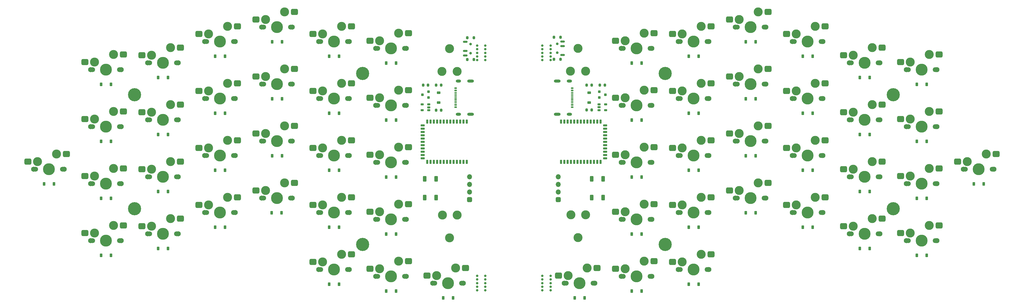
<source format=gbs>
%TF.GenerationSoftware,KiCad,Pcbnew,(5.99.0-10902-g92c4596252)*%
%TF.CreationDate,2021-10-13T13:04:34+08:00*%
%TF.ProjectId,jiran-ble-lite,6a697261-6e2d-4626-9c65-2d6c6974652e,r0.1*%
%TF.SameCoordinates,Original*%
%TF.FileFunction,Soldermask,Bot*%
%TF.FilePolarity,Negative*%
%FSLAX46Y46*%
G04 Gerber Fmt 4.6, Leading zero omitted, Abs format (unit mm)*
G04 Created by KiCad (PCBNEW (5.99.0-10902-g92c4596252)) date 2021-10-13 13:04:34*
%MOMM*%
%LPD*%
G01*
G04 APERTURE LIST*
G04 Aperture macros list*
%AMRoundRect*
0 Rectangle with rounded corners*
0 $1 Rounding radius*
0 $2 $3 $4 $5 $6 $7 $8 $9 X,Y pos of 4 corners*
0 Add a 4 corners polygon primitive as box body*
4,1,4,$2,$3,$4,$5,$6,$7,$8,$9,$2,$3,0*
0 Add four circle primitives for the rounded corners*
1,1,$1+$1,$2,$3*
1,1,$1+$1,$4,$5*
1,1,$1+$1,$6,$7*
1,1,$1+$1,$8,$9*
0 Add four rect primitives between the rounded corners*
20,1,$1+$1,$2,$3,$4,$5,0*
20,1,$1+$1,$4,$5,$6,$7,0*
20,1,$1+$1,$6,$7,$8,$9,0*
20,1,$1+$1,$8,$9,$2,$3,0*%
G04 Aperture macros list end*
%ADD10C,1.750000*%
%ADD11C,3.987800*%
%ADD12C,1.700000*%
%ADD13C,3.000000*%
%ADD14RoundRect,0.400000X-0.750000X-0.600000X0.750000X-0.600000X0.750000X0.600000X-0.750000X0.600000X0*%
%ADD15C,0.800000*%
%ADD16C,4.400000*%
%ADD17RoundRect,0.425000X0.425000X0.425000X-0.425000X0.425000X-0.425000X-0.425000X0.425000X-0.425000X0*%
%ADD18O,1.700000X1.700000*%
%ADD19RoundRect,0.162500X-0.367500X-0.162500X0.367500X-0.162500X0.367500X0.162500X-0.367500X0.162500X0*%
%ADD20RoundRect,0.225000X0.225000X0.375000X-0.225000X0.375000X-0.225000X-0.375000X0.225000X-0.375000X0*%
%ADD21RoundRect,0.300000X0.300000X-0.650000X0.300000X0.650000X-0.300000X0.650000X-0.300000X-0.650000X0*%
%ADD22RoundRect,0.175000X-0.175000X0.500000X-0.175000X-0.500000X0.175000X-0.500000X0.175000X0.500000X0*%
%ADD23RoundRect,0.175000X0.500000X0.175000X-0.500000X0.175000X-0.500000X-0.175000X0.500000X-0.175000X0*%
%ADD24RoundRect,0.175000X0.175000X-0.500000X0.175000X0.500000X-0.175000X0.500000X-0.175000X-0.500000X0*%
%ADD25RoundRect,0.200000X0.200000X0.275000X-0.200000X0.275000X-0.200000X-0.275000X0.200000X-0.275000X0*%
%ADD26RoundRect,0.200000X-0.250000X-0.200000X0.250000X-0.200000X0.250000X0.200000X-0.250000X0.200000X0*%
%ADD27RoundRect,0.225000X0.375000X-0.225000X0.375000X0.225000X-0.375000X0.225000X-0.375000X-0.225000X0*%
%ADD28RoundRect,0.200000X0.200000X-0.300000X0.200000X0.300000X-0.200000X0.300000X-0.200000X-0.300000X0*%
%ADD29C,0.900000*%
%ADD30RoundRect,0.175000X0.575000X-0.175000X0.575000X0.175000X-0.575000X0.175000X-0.575000X-0.175000X0*%
%ADD31RoundRect,0.200000X-0.200000X-0.275000X0.200000X-0.275000X0.200000X0.275000X-0.200000X0.275000X0*%
%ADD32RoundRect,0.135000X-0.265000X0.135000X-0.265000X-0.135000X0.265000X-0.135000X0.265000X0.135000X0*%
%ADD33RoundRect,0.075000X-0.325000X0.075000X-0.325000X-0.075000X0.325000X-0.075000X0.325000X0.075000X0*%
%ADD34O,1.762000X1.000000*%
%ADD35O,2.219000X1.000000*%
%ADD36RoundRect,0.162500X0.367500X0.162500X-0.367500X0.162500X-0.367500X-0.162500X0.367500X-0.162500X0*%
%ADD37RoundRect,0.135000X0.265000X-0.135000X0.265000X0.135000X-0.265000X0.135000X-0.265000X-0.135000X0*%
%ADD38RoundRect,0.075000X0.325000X-0.075000X0.325000X0.075000X-0.325000X0.075000X-0.325000X-0.075000X0*%
%ADD39RoundRect,0.200000X0.250000X0.200000X-0.250000X0.200000X-0.250000X-0.200000X0.250000X-0.200000X0*%
%ADD40RoundRect,0.225000X-0.375000X0.225000X-0.375000X-0.225000X0.375000X-0.225000X0.375000X0.225000X0*%
%ADD41RoundRect,0.175000X-0.500000X-0.175000X0.500000X-0.175000X0.500000X0.175000X-0.500000X0.175000X0*%
%ADD42RoundRect,0.200000X-0.200000X0.300000X-0.200000X-0.300000X0.200000X-0.300000X0.200000X0.300000X0*%
%ADD43RoundRect,0.175000X-0.575000X0.175000X-0.575000X-0.175000X0.575000X-0.175000X0.575000X0.175000X0*%
%ADD44RoundRect,0.300000X-0.300000X0.650000X-0.300000X-0.650000X0.300000X-0.650000X0.300000X0.650000X0*%
G04 APERTURE END LIST*
D10*
%TO.C,SW52*%
X268216200Y-111252000D03*
D11*
X273296200Y-111252000D03*
D12*
X268796200Y-111252000D03*
D10*
X278376200Y-111252000D03*
D12*
X277796200Y-111252000D03*
D13*
X269486200Y-108712000D03*
X275836200Y-106172000D03*
D14*
X266211200Y-108712000D03*
D15*
X266209600Y-108712000D03*
D14*
X279138200Y-106172000D03*
D15*
X279138200Y-106172000D03*
%TD*%
D12*
%TO.C,SW47*%
X258746200Y-94488000D03*
D13*
X256786200Y-89408000D03*
D11*
X254246200Y-94488000D03*
D10*
X249166200Y-94488000D03*
D12*
X249746200Y-94488000D03*
D10*
X259326200Y-94488000D03*
D13*
X250436200Y-91948000D03*
D15*
X247159600Y-91948000D03*
D14*
X247161200Y-91948000D03*
X260088200Y-89408000D03*
D15*
X260088200Y-89408000D03*
%TD*%
D16*
%TO.C,HM4*%
X86487000Y-109982000D03*
%TD*%
D13*
%TO.C,SW39*%
X288536200Y-65786000D03*
X294886200Y-63246000D03*
D10*
X287266200Y-68326000D03*
D11*
X292346200Y-68326000D03*
D10*
X297426200Y-68326000D03*
D12*
X287846200Y-68326000D03*
X296846200Y-68326000D03*
D14*
X285261200Y-65786000D03*
D15*
X285259600Y-65786000D03*
D14*
X298188200Y-63246000D03*
D15*
X298188200Y-63246000D03*
%TD*%
D16*
%TO.C,HM6*%
X263771200Y-121920000D03*
%TD*%
D12*
%TO.C,SW26*%
X157662000Y-130302000D03*
D11*
X153162000Y-130302000D03*
D13*
X155702000Y-125222000D03*
X149352000Y-127762000D03*
D10*
X148082000Y-130302000D03*
D12*
X148662000Y-130302000D03*
D10*
X158242000Y-130302000D03*
D15*
X146075400Y-127762000D03*
D14*
X146077000Y-127762000D03*
D15*
X159004000Y-125222000D03*
D14*
X159004000Y-125222000D03*
%TD*%
D16*
%TO.C,HM9*%
X339971200Y-109982000D03*
%TD*%
D11*
%TO.C,SW24*%
X172212000Y-113538000D03*
D10*
X167132000Y-113538000D03*
D13*
X174752000Y-108458000D03*
D10*
X177292000Y-113538000D03*
D12*
X176712000Y-113538000D03*
X167712000Y-113538000D03*
D13*
X168402000Y-110998000D03*
D15*
X165125400Y-110998000D03*
D14*
X165127000Y-110998000D03*
D15*
X178054000Y-108458000D03*
D14*
X178054000Y-108458000D03*
%TD*%
D16*
%TO.C,HM1*%
X162687000Y-121920000D03*
%TD*%
D13*
%TO.C,SW11*%
X149352000Y-70612000D03*
D12*
X157662000Y-73152000D03*
X148662000Y-73152000D03*
D13*
X155702000Y-68072000D03*
D10*
X158242000Y-73152000D03*
X148082000Y-73152000D03*
D11*
X153162000Y-73152000D03*
D15*
X146075400Y-70612000D03*
D14*
X146077000Y-70612000D03*
X159004000Y-68072000D03*
D15*
X159004000Y-68072000D03*
%TD*%
D12*
%TO.C,SW10*%
X129612000Y-68326000D03*
D10*
X139192000Y-68326000D03*
D11*
X134112000Y-68326000D03*
D10*
X129032000Y-68326000D03*
D12*
X138612000Y-68326000D03*
D13*
X136652000Y-63246000D03*
X130302000Y-65786000D03*
D15*
X127025400Y-65786000D03*
D14*
X127027000Y-65786000D03*
X139954000Y-63246000D03*
D15*
X139954000Y-63246000D03*
%TD*%
D12*
%TO.C,SW53*%
X249746200Y-113538000D03*
D13*
X250436200Y-110998000D03*
X256786200Y-108458000D03*
D10*
X259326200Y-113538000D03*
D11*
X254246200Y-113538000D03*
D12*
X258746200Y-113538000D03*
D10*
X249166200Y-113538000D03*
D15*
X247159600Y-110998000D03*
D14*
X247161200Y-110998000D03*
X260088200Y-108458000D03*
D15*
X260088200Y-108458000D03*
%TD*%
D11*
%TO.C,SW49*%
X330446200Y-118364000D03*
D10*
X325366200Y-118364000D03*
D13*
X326636200Y-115824000D03*
D12*
X334946200Y-118364000D03*
X325946200Y-118364000D03*
D13*
X332986200Y-113284000D03*
D10*
X335526200Y-118364000D03*
D14*
X323361200Y-115824000D03*
D15*
X323359600Y-115824000D03*
X336288200Y-113284000D03*
D14*
X336288200Y-113284000D03*
%TD*%
D13*
%TO.C,SW38*%
X313936200Y-68072000D03*
D10*
X316476200Y-73152000D03*
X306316200Y-73152000D03*
D12*
X306896200Y-73152000D03*
D11*
X311396200Y-73152000D03*
D12*
X315896200Y-73152000D03*
D13*
X307586200Y-70612000D03*
D15*
X304309600Y-70612000D03*
D14*
X304311200Y-70612000D03*
D15*
X317238200Y-68072000D03*
D14*
X317238200Y-68072000D03*
%TD*%
D12*
%TO.C,SW36*%
X353996200Y-82550000D03*
D10*
X354576200Y-82550000D03*
D13*
X352036200Y-77470000D03*
X345686200Y-80010000D03*
D10*
X344416200Y-82550000D03*
D11*
X349496200Y-82550000D03*
D12*
X344996200Y-82550000D03*
D14*
X342411200Y-80010000D03*
D15*
X342409600Y-80010000D03*
D14*
X355338200Y-77470000D03*
D15*
X355338200Y-77470000D03*
%TD*%
D13*
%TO.C,SW27*%
X168402000Y-130048000D03*
D12*
X167712000Y-132588000D03*
D10*
X167132000Y-132588000D03*
D13*
X174752000Y-127508000D03*
D10*
X177292000Y-132588000D03*
D12*
X176712000Y-132588000D03*
D11*
X172212000Y-132588000D03*
D15*
X165125400Y-130048000D03*
D14*
X165127000Y-130048000D03*
X178054000Y-127508000D03*
D15*
X178054000Y-127508000D03*
%TD*%
D13*
%TO.C,SW15*%
X117602000Y-87122000D03*
D10*
X109982000Y-92202000D03*
D12*
X119562000Y-92202000D03*
D13*
X111252000Y-89662000D03*
D11*
X115062000Y-92202000D03*
D12*
X110562000Y-92202000D03*
D10*
X120142000Y-92202000D03*
D14*
X107977000Y-89662000D03*
D15*
X107975400Y-89662000D03*
D14*
X120904000Y-87122000D03*
D15*
X120904000Y-87122000D03*
%TD*%
D13*
%TO.C,SW30*%
X345686200Y-60960000D03*
D12*
X344996200Y-63500000D03*
D10*
X344416200Y-63500000D03*
D11*
X349496200Y-63500000D03*
D10*
X354576200Y-63500000D03*
D12*
X353996200Y-63500000D03*
D13*
X352036200Y-58420000D03*
D14*
X342411200Y-60960000D03*
D15*
X342409600Y-60960000D03*
X355338200Y-58420000D03*
D14*
X355338200Y-58420000D03*
%TD*%
D10*
%TO.C,SW50*%
X306316200Y-111252000D03*
X316476200Y-111252000D03*
D11*
X311396200Y-111252000D03*
D12*
X315896200Y-111252000D03*
X306896200Y-111252000D03*
D13*
X307586200Y-108712000D03*
X313936200Y-106172000D03*
D15*
X304309600Y-108712000D03*
D14*
X304311200Y-108712000D03*
X317238200Y-106172000D03*
D15*
X317238200Y-106172000D03*
%TD*%
%TO.C,P4*%
X225536350Y-134874000D03*
X225536350Y-132492600D03*
X222758050Y-136064700D03*
X222758050Y-137255400D03*
X222758050Y-133683300D03*
X222758050Y-132492600D03*
X222758050Y-134874000D03*
X225536350Y-133683300D03*
X225536350Y-136064700D03*
X225536350Y-137255400D03*
%TD*%
D16*
%TO.C,HM2*%
X162687000Y-64770000D03*
%TD*%
D17*
%TO.C,J5*%
X228092000Y-106934000D03*
D18*
X228092000Y-104394000D03*
X228092000Y-101854000D03*
X228092000Y-99314000D03*
%TD*%
D10*
%TO.C,SW32*%
X316476200Y-54102000D03*
X306316200Y-54102000D03*
D12*
X315896200Y-54102000D03*
X306896200Y-54102000D03*
D13*
X313936200Y-49022000D03*
D11*
X311396200Y-54102000D03*
D13*
X307586200Y-51562000D03*
D14*
X304311200Y-51562000D03*
D15*
X304309600Y-51562000D03*
D14*
X317238200Y-49022000D03*
D15*
X317238200Y-49022000D03*
%TD*%
D12*
%TO.C,SW56*%
X249746200Y-132588000D03*
D13*
X250436200Y-130048000D03*
X256786200Y-127508000D03*
D10*
X259326200Y-132588000D03*
D11*
X254246200Y-132588000D03*
D10*
X249166200Y-132588000D03*
D12*
X258746200Y-132588000D03*
D14*
X247161200Y-130048000D03*
D15*
X247159600Y-130048000D03*
X260088200Y-127508000D03*
D14*
X260088200Y-127508000D03*
%TD*%
D11*
%TO.C,SW18*%
X172212000Y-94488000D03*
D10*
X167132000Y-94488000D03*
D13*
X168402000Y-91948000D03*
D12*
X176712000Y-94488000D03*
X167712000Y-94488000D03*
D13*
X174752000Y-89408000D03*
D10*
X177292000Y-94488000D03*
D14*
X165127000Y-91948000D03*
D15*
X165125400Y-91948000D03*
X178054000Y-89408000D03*
D14*
X178054000Y-89408000D03*
%TD*%
D11*
%TO.C,SW21*%
X115062000Y-111252000D03*
D10*
X120142000Y-111252000D03*
D13*
X117602000Y-106172000D03*
D12*
X110562000Y-111252000D03*
D13*
X111252000Y-108712000D03*
D12*
X119562000Y-111252000D03*
D10*
X109982000Y-111252000D03*
D14*
X107977000Y-108712000D03*
D15*
X107975400Y-108712000D03*
D14*
X120904000Y-106172000D03*
D15*
X120904000Y-106172000D03*
%TD*%
D11*
%TO.C,SW19*%
X76962000Y-120650000D03*
D10*
X82042000Y-120650000D03*
D13*
X79502000Y-115570000D03*
D12*
X81462000Y-120650000D03*
D13*
X73152000Y-118110000D03*
D10*
X71882000Y-120650000D03*
D12*
X72462000Y-120650000D03*
D15*
X69875400Y-118110000D03*
D14*
X69877000Y-118110000D03*
X82804000Y-115570000D03*
D15*
X82804000Y-115570000D03*
%TD*%
D12*
%TO.C,SW34*%
X268796200Y-54102000D03*
D11*
X273296200Y-54102000D03*
D13*
X275836200Y-49022000D03*
D10*
X278376200Y-54102000D03*
D13*
X269486200Y-51562000D03*
D10*
X268216200Y-54102000D03*
D12*
X277796200Y-54102000D03*
D15*
X266209600Y-51562000D03*
D14*
X266211200Y-51562000D03*
X279138200Y-49022000D03*
D15*
X279138200Y-49022000D03*
%TD*%
D10*
%TO.C,SW7*%
X82042000Y-82550000D03*
D13*
X73152000Y-80010000D03*
D12*
X72462000Y-82550000D03*
D11*
X76962000Y-82550000D03*
D12*
X81462000Y-82550000D03*
D10*
X71882000Y-82550000D03*
D13*
X79502000Y-77470000D03*
D14*
X69877000Y-80010000D03*
D15*
X69875400Y-80010000D03*
X82804000Y-77470000D03*
D14*
X82804000Y-77470000D03*
%TD*%
D10*
%TO.C,SW20*%
X90932000Y-118364000D03*
D11*
X96012000Y-118364000D03*
D13*
X98552000Y-113284000D03*
D12*
X91512000Y-118364000D03*
D13*
X92202000Y-115824000D03*
D10*
X101092000Y-118364000D03*
D12*
X100512000Y-118364000D03*
D14*
X88927000Y-115824000D03*
D15*
X88925400Y-115824000D03*
D14*
X101854000Y-113284000D03*
D15*
X101854000Y-113284000D03*
%TD*%
D12*
%TO.C,SW3*%
X119562000Y-54102000D03*
D13*
X111252000Y-51562000D03*
D10*
X120142000Y-54102000D03*
D12*
X110562000Y-54102000D03*
D13*
X117602000Y-49022000D03*
D10*
X109982000Y-54102000D03*
D11*
X115062000Y-54102000D03*
D14*
X107977000Y-51562000D03*
D15*
X107975400Y-51562000D03*
X120904000Y-49022000D03*
D14*
X120904000Y-49022000D03*
%TD*%
D13*
%TO.C,J6*%
X234696000Y-56391000D03*
X237236000Y-64011000D03*
X232156000Y-64011000D03*
X232246000Y-112011000D03*
X237236000Y-112011000D03*
X234696000Y-119631000D03*
%TD*%
%TO.C,SW48*%
X352036200Y-115570000D03*
D12*
X353996200Y-120650000D03*
D11*
X349496200Y-120650000D03*
D13*
X345686200Y-118110000D03*
D10*
X344416200Y-120650000D03*
X354576200Y-120650000D03*
D12*
X344996200Y-120650000D03*
D15*
X342409600Y-118110000D03*
D14*
X342411200Y-118110000D03*
X355338200Y-115570000D03*
D15*
X355338200Y-115570000D03*
%TD*%
D13*
%TO.C,J3*%
X191770000Y-56518000D03*
X194310000Y-64138000D03*
X189230000Y-64138000D03*
X194310000Y-112138000D03*
X189320000Y-112138000D03*
X191770000Y-119758000D03*
%TD*%
D15*
%TO.C,P2*%
X200921850Y-57912000D03*
X203700150Y-57912000D03*
X200921850Y-55530600D03*
X200921850Y-59102700D03*
X200921850Y-56721300D03*
X200921850Y-60293400D03*
X203700150Y-60293400D03*
X203700150Y-59102700D03*
X203700150Y-55530600D03*
X203700150Y-56721300D03*
%TD*%
D10*
%TO.C,SW16*%
X139192000Y-87376000D03*
D13*
X130302000Y-84836000D03*
D12*
X138612000Y-87376000D03*
D10*
X129032000Y-87376000D03*
D11*
X134112000Y-87376000D03*
D12*
X129612000Y-87376000D03*
D13*
X136652000Y-82296000D03*
D15*
X127025400Y-84836000D03*
D14*
X127027000Y-84836000D03*
D15*
X139954000Y-82296000D03*
D14*
X139954000Y-82296000D03*
%TD*%
D13*
%TO.C,SW8*%
X98552000Y-75184000D03*
X92202000Y-77724000D03*
D12*
X100512000Y-80264000D03*
D11*
X96012000Y-80264000D03*
D10*
X101092000Y-80264000D03*
D12*
X91512000Y-80264000D03*
D10*
X90932000Y-80264000D03*
D14*
X88927000Y-77724000D03*
D15*
X88925400Y-77724000D03*
X101854000Y-75184000D03*
D14*
X101854000Y-75184000D03*
%TD*%
D12*
%TO.C,SW35*%
X258746200Y-56388000D03*
D11*
X254246200Y-56388000D03*
D13*
X250436200Y-53848000D03*
D10*
X249166200Y-56388000D03*
X259326200Y-56388000D03*
D12*
X249746200Y-56388000D03*
D13*
X256786200Y-51308000D03*
D15*
X247159600Y-53848000D03*
D14*
X247161200Y-53848000D03*
D15*
X260088200Y-51308000D03*
D14*
X260088200Y-51308000D03*
%TD*%
D10*
%TO.C,SW37*%
X335526200Y-80264000D03*
D12*
X325946200Y-80264000D03*
D13*
X332986200Y-75184000D03*
D10*
X325366200Y-80264000D03*
D12*
X334946200Y-80264000D03*
D13*
X326636200Y-77724000D03*
D11*
X330446200Y-80264000D03*
D15*
X323359600Y-77724000D03*
D14*
X323361200Y-77724000D03*
D15*
X336288200Y-75184000D03*
D14*
X336288200Y-75184000D03*
%TD*%
D12*
%TO.C,SW6*%
X167712000Y-56388000D03*
D10*
X167132000Y-56388000D03*
D13*
X174752000Y-51308000D03*
D12*
X176712000Y-56388000D03*
D10*
X177292000Y-56388000D03*
D13*
X168402000Y-53848000D03*
D11*
X172212000Y-56388000D03*
D14*
X165127000Y-53848000D03*
D15*
X165125400Y-53848000D03*
D14*
X178054000Y-51308000D03*
D15*
X178054000Y-51308000D03*
%TD*%
D13*
%TO.C,SW23*%
X149352000Y-108712000D03*
X155702000Y-106172000D03*
D11*
X153162000Y-111252000D03*
D10*
X158242000Y-111252000D03*
X148082000Y-111252000D03*
D12*
X148662000Y-111252000D03*
X157662000Y-111252000D03*
D15*
X146075400Y-108712000D03*
D14*
X146077000Y-108712000D03*
D15*
X159004000Y-106172000D03*
D14*
X159004000Y-106172000D03*
%TD*%
D11*
%TO.C,SW5*%
X153162000Y-54102000D03*
D12*
X148662000Y-54102000D03*
D13*
X155702000Y-49022000D03*
D10*
X158242000Y-54102000D03*
D13*
X149352000Y-51562000D03*
D10*
X148082000Y-54102000D03*
D12*
X157662000Y-54102000D03*
D14*
X146077000Y-51562000D03*
D15*
X146075400Y-51562000D03*
X159004000Y-49022000D03*
D14*
X159004000Y-49022000D03*
%TD*%
D17*
%TO.C,J2*%
X198424800Y-106984800D03*
D18*
X198424800Y-104444800D03*
X198424800Y-101904800D03*
X198424800Y-99364800D03*
%TD*%
D12*
%TO.C,SW14*%
X91512000Y-99314000D03*
D10*
X90932000Y-99314000D03*
D12*
X100512000Y-99314000D03*
D13*
X92202000Y-96774000D03*
X98552000Y-94234000D03*
D10*
X101092000Y-99314000D03*
D11*
X96012000Y-99314000D03*
D15*
X88925400Y-96774000D03*
D14*
X88927000Y-96774000D03*
D15*
X101854000Y-94234000D03*
D14*
X101854000Y-94234000D03*
%TD*%
D10*
%TO.C,SW1*%
X82042000Y-63500000D03*
X71882000Y-63500000D03*
D13*
X73152000Y-60960000D03*
X79502000Y-58420000D03*
D12*
X81462000Y-63500000D03*
X72462000Y-63500000D03*
D11*
X76962000Y-63500000D03*
D14*
X69877000Y-60960000D03*
D15*
X69875400Y-60960000D03*
X82804000Y-58420000D03*
D14*
X82804000Y-58420000D03*
%TD*%
D12*
%TO.C,SW57*%
X239696200Y-134874000D03*
X230696200Y-134874000D03*
D11*
X235196200Y-134874000D03*
D13*
X237736200Y-129794000D03*
D10*
X240276200Y-134874000D03*
X230116200Y-134874000D03*
D13*
X231386200Y-132334000D03*
D15*
X228109600Y-132334000D03*
D14*
X228111200Y-132334000D03*
D15*
X241038200Y-129794000D03*
D14*
X241038200Y-129794000D03*
%TD*%
D12*
%TO.C,SW40*%
X277796200Y-73152000D03*
X268796200Y-73152000D03*
D13*
X269486200Y-70612000D03*
D11*
X273296200Y-73152000D03*
D13*
X275836200Y-68072000D03*
D10*
X278376200Y-73152000D03*
X268216200Y-73152000D03*
D14*
X266211200Y-70612000D03*
D15*
X266209600Y-70612000D03*
X279138200Y-68072000D03*
D14*
X279138200Y-68072000D03*
%TD*%
D12*
%TO.C,SW28*%
X186762000Y-134874000D03*
X195762000Y-134874000D03*
D11*
X191262000Y-134874000D03*
D13*
X187452000Y-132334000D03*
D10*
X186182000Y-134874000D03*
X196342000Y-134874000D03*
D13*
X193802000Y-129794000D03*
D15*
X184175400Y-132334000D03*
D14*
X184177000Y-132334000D03*
D15*
X197104000Y-129794000D03*
D14*
X197104000Y-129794000D03*
%TD*%
D15*
%TO.C,P1*%
X200921850Y-132492600D03*
X200921850Y-136064700D03*
X200921850Y-133683300D03*
X203700150Y-133683300D03*
X203700150Y-137255400D03*
X203700150Y-132492600D03*
X203700150Y-134874000D03*
X200921850Y-137255400D03*
X200921850Y-134874000D03*
X203700150Y-136064700D03*
%TD*%
D13*
%TO.C,SW17*%
X149352000Y-89662000D03*
D10*
X148082000Y-92202000D03*
D11*
X153162000Y-92202000D03*
D10*
X158242000Y-92202000D03*
D12*
X157662000Y-92202000D03*
X148662000Y-92202000D03*
D13*
X155702000Y-87122000D03*
D15*
X146075400Y-89662000D03*
D14*
X146077000Y-89662000D03*
D15*
X159004000Y-87122000D03*
D14*
X159004000Y-87122000D03*
%TD*%
D10*
%TO.C,SW12*%
X167132000Y-75438000D03*
D13*
X168402000Y-72898000D03*
X174752000Y-70358000D03*
D12*
X167712000Y-75438000D03*
D10*
X177292000Y-75438000D03*
D11*
X172212000Y-75438000D03*
D12*
X176712000Y-75438000D03*
D14*
X165127000Y-72898000D03*
D15*
X165125400Y-72898000D03*
X178054000Y-70358000D03*
D14*
X178054000Y-70358000D03*
%TD*%
D16*
%TO.C,HM7*%
X263771200Y-64770000D03*
%TD*%
D11*
%TO.C,SW51*%
X292346200Y-106426000D03*
D10*
X287266200Y-106426000D03*
D13*
X294886200Y-101346000D03*
D12*
X296846200Y-106426000D03*
D13*
X288536200Y-103886000D03*
D10*
X297426200Y-106426000D03*
D12*
X287846200Y-106426000D03*
D15*
X285259600Y-103886000D03*
D14*
X285261200Y-103886000D03*
D15*
X298188200Y-101346000D03*
D14*
X298188200Y-101346000D03*
%TD*%
D10*
%TO.C,SW45*%
X287266200Y-87376000D03*
D11*
X292346200Y-87376000D03*
D12*
X296846200Y-87376000D03*
D10*
X297426200Y-87376000D03*
D12*
X287846200Y-87376000D03*
D13*
X294886200Y-82296000D03*
X288536200Y-84836000D03*
D14*
X285261200Y-84836000D03*
D15*
X285259600Y-84836000D03*
X298188200Y-82296000D03*
D14*
X298188200Y-82296000D03*
%TD*%
D16*
%TO.C,HM8*%
X339971200Y-71882000D03*
%TD*%
D11*
%TO.C,SW43*%
X330446200Y-99314000D03*
D10*
X335526200Y-99314000D03*
X325366200Y-99314000D03*
D13*
X326636200Y-96774000D03*
D12*
X325946200Y-99314000D03*
X334946200Y-99314000D03*
D13*
X332986200Y-94234000D03*
D14*
X323361200Y-96774000D03*
D15*
X323359600Y-96774000D03*
X336288200Y-94234000D03*
D14*
X336288200Y-94234000D03*
%TD*%
D13*
%TO.C,SW9*%
X117602000Y-68072000D03*
D10*
X120142000Y-73152000D03*
X109982000Y-73152000D03*
D13*
X111252000Y-70612000D03*
D11*
X115062000Y-73152000D03*
D12*
X119562000Y-73152000D03*
X110562000Y-73152000D03*
D15*
X107975400Y-70612000D03*
D14*
X107977000Y-70612000D03*
X120904000Y-68072000D03*
D15*
X120904000Y-68072000D03*
%TD*%
D12*
%TO.C,SW55*%
X277796200Y-130302000D03*
X268796200Y-130302000D03*
D13*
X275836200Y-125222000D03*
D11*
X273296200Y-130302000D03*
D13*
X269486200Y-127762000D03*
D10*
X268216200Y-130302000D03*
X278376200Y-130302000D03*
D14*
X266211200Y-127762000D03*
D15*
X266209600Y-127762000D03*
D14*
X279138200Y-125222000D03*
D15*
X279138200Y-125222000D03*
%TD*%
D12*
%TO.C,SW13*%
X81462000Y-101600000D03*
D13*
X73152000Y-99060000D03*
D10*
X71882000Y-101600000D03*
D13*
X79502000Y-96520000D03*
D11*
X76962000Y-101600000D03*
D10*
X82042000Y-101600000D03*
D12*
X72462000Y-101600000D03*
D14*
X69877000Y-99060000D03*
D15*
X69875400Y-99060000D03*
X82804000Y-96520000D03*
D14*
X82804000Y-96520000D03*
%TD*%
D13*
%TO.C,SW22*%
X136652000Y-101346000D03*
D10*
X129032000Y-106426000D03*
D13*
X130302000Y-103886000D03*
D11*
X134112000Y-106426000D03*
D12*
X138612000Y-106426000D03*
D10*
X139192000Y-106426000D03*
D12*
X129612000Y-106426000D03*
D14*
X127027000Y-103886000D03*
D15*
X127025400Y-103886000D03*
X139954000Y-101346000D03*
D14*
X139954000Y-101346000D03*
%TD*%
D11*
%TO.C,SW46*%
X273296200Y-92202000D03*
D13*
X275836200Y-87122000D03*
D12*
X277796200Y-92202000D03*
D10*
X268216200Y-92202000D03*
D12*
X268796200Y-92202000D03*
D10*
X278376200Y-92202000D03*
D13*
X269486200Y-89662000D03*
D15*
X266209600Y-89662000D03*
D14*
X266211200Y-89662000D03*
X279138200Y-87122000D03*
D15*
X279138200Y-87122000D03*
%TD*%
%TO.C,P3*%
X225536350Y-59102700D03*
X225536350Y-56721300D03*
X225536350Y-57912000D03*
X225536350Y-60293400D03*
X225536350Y-55530600D03*
X222758050Y-56721300D03*
X222758050Y-57912000D03*
X222758050Y-60293400D03*
X222758050Y-55530600D03*
X222758050Y-59102700D03*
%TD*%
D10*
%TO.C,SW54*%
X373626200Y-96774000D03*
D12*
X373046200Y-96774000D03*
D13*
X364736200Y-94234000D03*
D10*
X363466200Y-96774000D03*
D11*
X368546200Y-96774000D03*
D12*
X364046200Y-96774000D03*
D13*
X371086200Y-91694000D03*
D14*
X361461200Y-94234000D03*
D15*
X361459600Y-94234000D03*
D14*
X374388200Y-91694000D03*
D15*
X374388200Y-91694000D03*
%TD*%
D10*
%TO.C,SW44*%
X316476200Y-92202000D03*
D12*
X306896200Y-92202000D03*
D13*
X307586200Y-89662000D03*
D10*
X306316200Y-92202000D03*
D11*
X311396200Y-92202000D03*
D13*
X313936200Y-87122000D03*
D12*
X315896200Y-92202000D03*
D15*
X304309600Y-89662000D03*
D14*
X304311200Y-89662000D03*
X317238200Y-87122000D03*
D15*
X317238200Y-87122000D03*
%TD*%
D10*
%TO.C,SW41*%
X249166200Y-75438000D03*
D12*
X258746200Y-75438000D03*
D10*
X259326200Y-75438000D03*
D11*
X254246200Y-75438000D03*
D13*
X256786200Y-70358000D03*
D12*
X249746200Y-75438000D03*
D13*
X250436200Y-72898000D03*
D15*
X247159600Y-72898000D03*
D14*
X247161200Y-72898000D03*
X260088200Y-70358000D03*
D15*
X260088200Y-70358000D03*
%TD*%
D10*
%TO.C,SW42*%
X344416200Y-101600000D03*
D12*
X344996200Y-101600000D03*
D11*
X349496200Y-101600000D03*
D10*
X354576200Y-101600000D03*
D13*
X345686200Y-99060000D03*
X352036200Y-96520000D03*
D12*
X353996200Y-101600000D03*
D14*
X342411200Y-99060000D03*
D15*
X342409600Y-99060000D03*
D14*
X355338200Y-96520000D03*
D15*
X355338200Y-96520000D03*
%TD*%
D10*
%TO.C,SW25*%
X62992000Y-96774000D03*
X52832000Y-96774000D03*
D12*
X53412000Y-96774000D03*
D13*
X54102000Y-94234000D03*
D12*
X62412000Y-96774000D03*
D11*
X57912000Y-96774000D03*
D13*
X60452000Y-91694000D03*
D15*
X50825400Y-94234000D03*
D14*
X50827000Y-94234000D03*
D15*
X63754000Y-91694000D03*
D14*
X63754000Y-91694000D03*
%TD*%
D10*
%TO.C,SW31*%
X325366200Y-61214000D03*
D11*
X330446200Y-61214000D03*
D10*
X335526200Y-61214000D03*
D12*
X325946200Y-61214000D03*
X334946200Y-61214000D03*
D13*
X326636200Y-58674000D03*
X332986200Y-56134000D03*
D15*
X323359600Y-58674000D03*
D14*
X323361200Y-58674000D03*
X336288200Y-56134000D03*
D15*
X336288200Y-56134000D03*
%TD*%
D11*
%TO.C,SW2*%
X96012000Y-61214000D03*
D13*
X92202000Y-58674000D03*
D12*
X100512000Y-61214000D03*
D10*
X101092000Y-61214000D03*
X90932000Y-61214000D03*
D13*
X98552000Y-56134000D03*
D12*
X91512000Y-61214000D03*
D14*
X88927000Y-58674000D03*
D15*
X88925400Y-58674000D03*
X101854000Y-56134000D03*
D14*
X101854000Y-56134000D03*
%TD*%
D16*
%TO.C,HM3*%
X86487000Y-71882000D03*
%TD*%
D13*
%TO.C,SW4*%
X130302000Y-46736000D03*
D12*
X138612000Y-49276000D03*
D10*
X129032000Y-49276000D03*
D13*
X136652000Y-44196000D03*
D10*
X139192000Y-49276000D03*
D12*
X129612000Y-49276000D03*
D11*
X134112000Y-49276000D03*
D14*
X127027000Y-46736000D03*
D15*
X127025400Y-46736000D03*
X139954000Y-44196000D03*
D14*
X139954000Y-44196000D03*
%TD*%
D10*
%TO.C,SW33*%
X297426200Y-49276000D03*
D12*
X287846200Y-49276000D03*
D10*
X287266200Y-49276000D03*
D13*
X288536200Y-46736000D03*
D11*
X292346200Y-49276000D03*
D12*
X296846200Y-49276000D03*
D13*
X294886200Y-44196000D03*
D15*
X285259600Y-46736000D03*
D14*
X285261200Y-46736000D03*
X298188200Y-44196000D03*
D15*
X298188200Y-44196000D03*
%TD*%
D19*
%TO.C,U4*%
X241698600Y-77048400D03*
X241698600Y-76098400D03*
X241698600Y-75148400D03*
X243898600Y-75148400D03*
X243898600Y-77048400D03*
%TD*%
D20*
%TO.C,D12*%
X173862000Y-80391000D03*
X170562000Y-80391000D03*
%TD*%
%TO.C,D27*%
X173862000Y-137541000D03*
X170562000Y-137541000D03*
%TD*%
%TO.C,D39*%
X294004000Y-73279000D03*
X290704000Y-73279000D03*
%TD*%
%TO.C,D11*%
X154812000Y-78105000D03*
X151512000Y-78105000D03*
%TD*%
D21*
%TO.C,SWT2*%
X242996800Y-100024800D03*
X242996800Y-106324800D03*
X239196800Y-106324800D03*
X239196800Y-100024800D03*
%TD*%
D22*
%TO.C,U3*%
X228996000Y-80880000D03*
X230096000Y-80880000D03*
X231196000Y-80880000D03*
X232296000Y-80880000D03*
X233396000Y-80880000D03*
X234496000Y-80880000D03*
X235596000Y-80880000D03*
X236696000Y-80880000D03*
X237796000Y-80880000D03*
X238896000Y-80880000D03*
X239996000Y-80880000D03*
X241096000Y-80880000D03*
X242196000Y-80880000D03*
D23*
X243696000Y-82130000D03*
X243696000Y-83230000D03*
X243696000Y-84330000D03*
X243696000Y-85430000D03*
X243696000Y-86530000D03*
X243696000Y-87630000D03*
X243696000Y-88730000D03*
X243696000Y-89830000D03*
X243696000Y-90930000D03*
X243696000Y-92030000D03*
X243696000Y-93130000D03*
D24*
X242196000Y-94380000D03*
X241096000Y-94380000D03*
X239996000Y-94380000D03*
X238896000Y-94380000D03*
X237796000Y-94380000D03*
X236696000Y-94380000D03*
X235596000Y-94380000D03*
X234496000Y-94380000D03*
X233396000Y-94380000D03*
X232296000Y-94380000D03*
X231196000Y-94380000D03*
X230096000Y-94380000D03*
X228996000Y-94380000D03*
%TD*%
D25*
%TO.C,R4*%
X243623600Y-68732400D03*
X241973600Y-68732400D03*
%TD*%
D20*
%TO.C,D33*%
X294004000Y-54229000D03*
X290704000Y-54229000D03*
%TD*%
%TO.C,D55*%
X274954000Y-135255000D03*
X271654000Y-135255000D03*
%TD*%
%TO.C,D13*%
X78612000Y-106553000D03*
X75312000Y-106553000D03*
%TD*%
D26*
%TO.C,Q2*%
X241798600Y-72832000D03*
X241798600Y-70932000D03*
X243798600Y-71882000D03*
%TD*%
D27*
%TO.C,D29*%
X188087000Y-74548000D03*
X188087000Y-71248000D03*
%TD*%
D20*
%TO.C,D6*%
X173862000Y-61341000D03*
X170562000Y-61341000D03*
%TD*%
D28*
%TO.C,SW58*%
X226611000Y-52738000D03*
D29*
X227711000Y-54888000D03*
D28*
X228821000Y-52738000D03*
X226611000Y-60038000D03*
D29*
X227711000Y-57888000D03*
D28*
X228821000Y-60038000D03*
D30*
X229471000Y-58638000D03*
X229471000Y-55638000D03*
X229471000Y-54138000D03*
%TD*%
D20*
%TO.C,D36*%
X351154000Y-87503000D03*
X347854000Y-87503000D03*
%TD*%
%TO.C,D51*%
X294004000Y-111379000D03*
X290704000Y-111379000D03*
%TD*%
D31*
%TO.C,R5*%
X237554000Y-77012800D03*
X239204000Y-77012800D03*
%TD*%
D20*
%TO.C,D57*%
X236854000Y-139827000D03*
X233554000Y-139827000D03*
%TD*%
%TO.C,D5*%
X154812000Y-59055000D03*
X151512000Y-59055000D03*
%TD*%
%TO.C,D42*%
X351154000Y-106553000D03*
X347854000Y-106553000D03*
%TD*%
%TO.C,D9*%
X116712000Y-78105000D03*
X113412000Y-78105000D03*
%TD*%
%TO.C,D19*%
X78612000Y-125603000D03*
X75312000Y-125603000D03*
%TD*%
%TO.C,D46*%
X274954000Y-97155000D03*
X271654000Y-97155000D03*
%TD*%
%TO.C,D54*%
X370204000Y-101727000D03*
X366904000Y-101727000D03*
%TD*%
%TO.C,D4*%
X135762000Y-54229000D03*
X132462000Y-54229000D03*
%TD*%
%TO.C,D56*%
X255904000Y-137541000D03*
X252604000Y-137541000D03*
%TD*%
D32*
%TO.C,J4*%
X232740200Y-76098000D03*
X232740200Y-69698000D03*
X232740200Y-70498000D03*
X232740200Y-75298000D03*
D33*
X232740200Y-74148000D03*
X232740200Y-73148000D03*
X232740200Y-72648000D03*
X232740200Y-71648000D03*
X232740200Y-71148000D03*
X232740200Y-72148000D03*
X232740200Y-73648000D03*
X232740200Y-74656000D03*
D34*
X231775000Y-67322600D03*
X231775000Y-78473300D03*
D35*
X227749100Y-78473300D03*
X227736400Y-67322700D03*
%TD*%
D20*
%TO.C,D25*%
X59562000Y-101727000D03*
X56262000Y-101727000D03*
%TD*%
%TO.C,D20*%
X97662000Y-123317000D03*
X94362000Y-123317000D03*
%TD*%
%TO.C,D40*%
X274954000Y-78105000D03*
X271654000Y-78105000D03*
%TD*%
%TO.C,D10*%
X135762000Y-73279000D03*
X132462000Y-73279000D03*
%TD*%
%TO.C,D50*%
X313054000Y-116205000D03*
X309754000Y-116205000D03*
%TD*%
D36*
%TO.C,U2*%
X184806000Y-75163400D03*
X184806000Y-76113400D03*
X184806000Y-77063400D03*
X182606000Y-77063400D03*
X182606000Y-75163400D03*
%TD*%
D20*
%TO.C,D53*%
X255904000Y-118491000D03*
X252604000Y-118491000D03*
%TD*%
%TO.C,D49*%
X332104000Y-123317000D03*
X328804000Y-123317000D03*
%TD*%
%TO.C,D43*%
X332104000Y-104267000D03*
X328804000Y-104267000D03*
%TD*%
%TO.C,D41*%
X255904000Y-80391000D03*
X252604000Y-80391000D03*
%TD*%
D37*
%TO.C,J1*%
X193725800Y-69698000D03*
X193725800Y-76098000D03*
X193725800Y-70498000D03*
X193725800Y-75298000D03*
D38*
X193725800Y-71648000D03*
X193725800Y-72648000D03*
X193725800Y-73148000D03*
X193725800Y-74148000D03*
X193725800Y-74648000D03*
X193725800Y-73648000D03*
X193725800Y-72148000D03*
X193725800Y-71140000D03*
D34*
X194691000Y-78473400D03*
D35*
X198716900Y-67322700D03*
D34*
X194691000Y-67322700D03*
D35*
X198729600Y-78473300D03*
%TD*%
D20*
%TO.C,D14*%
X97662000Y-104267000D03*
X94362000Y-104267000D03*
%TD*%
D25*
%TO.C,R2*%
X188912000Y-68732400D03*
X187262000Y-68732400D03*
%TD*%
D20*
%TO.C,D52*%
X274954000Y-116205000D03*
X271654000Y-116205000D03*
%TD*%
%TO.C,D34*%
X274954000Y-59055000D03*
X271654000Y-59055000D03*
%TD*%
%TO.C,D24*%
X173862000Y-118491000D03*
X170562000Y-118491000D03*
%TD*%
%TO.C,D32*%
X313054000Y-59055000D03*
X309754000Y-59055000D03*
%TD*%
%TO.C,D30*%
X351154000Y-68453000D03*
X347854000Y-68453000D03*
%TD*%
%TO.C,D3*%
X116712000Y-59055000D03*
X113412000Y-59055000D03*
%TD*%
D39*
%TO.C,Q1*%
X184706000Y-70932000D03*
X184706000Y-72832000D03*
X182706000Y-71882000D03*
%TD*%
D40*
%TO.C,D58*%
X238379000Y-71248000D03*
X238379000Y-74548000D03*
%TD*%
D31*
%TO.C,R6*%
X237554000Y-68732400D03*
X239204000Y-68732400D03*
%TD*%
D20*
%TO.C,D15*%
X116712000Y-97155000D03*
X113412000Y-97155000D03*
%TD*%
%TO.C,D38*%
X313054000Y-78105000D03*
X309754000Y-78105000D03*
%TD*%
%TO.C,D45*%
X294004000Y-92329000D03*
X290704000Y-92329000D03*
%TD*%
%TO.C,D21*%
X116712000Y-116205000D03*
X113412000Y-116205000D03*
%TD*%
%TO.C,D37*%
X332104000Y-85217000D03*
X328804000Y-85217000D03*
%TD*%
D25*
%TO.C,R3*%
X188912000Y-77063600D03*
X187262000Y-77063600D03*
%TD*%
D20*
%TO.C,D23*%
X154812000Y-116205000D03*
X151512000Y-116205000D03*
%TD*%
%TO.C,D18*%
X173862000Y-99441000D03*
X170562000Y-99441000D03*
%TD*%
%TO.C,D22*%
X135572000Y-111379000D03*
X132272000Y-111379000D03*
%TD*%
%TO.C,D16*%
X135762000Y-92329000D03*
X132462000Y-92329000D03*
%TD*%
%TO.C,D28*%
X192912000Y-139827000D03*
X189612000Y-139827000D03*
%TD*%
%TO.C,D35*%
X255904000Y-61341000D03*
X252604000Y-61341000D03*
%TD*%
%TO.C,D44*%
X313054000Y-97155000D03*
X309754000Y-97155000D03*
%TD*%
D24*
%TO.C,U1*%
X197470000Y-94380000D03*
X196370000Y-94380000D03*
X195270000Y-94380000D03*
X194170000Y-94380000D03*
X193070000Y-94380000D03*
X191970000Y-94380000D03*
X190870000Y-94380000D03*
X189770000Y-94380000D03*
X188670000Y-94380000D03*
X187570000Y-94380000D03*
X186470000Y-94380000D03*
X185370000Y-94380000D03*
X184270000Y-94380000D03*
D41*
X182770000Y-93130000D03*
X182770000Y-92030000D03*
X182770000Y-90930000D03*
X182770000Y-89830000D03*
X182770000Y-88730000D03*
X182770000Y-87630000D03*
X182770000Y-86530000D03*
X182770000Y-85430000D03*
X182770000Y-84330000D03*
X182770000Y-83230000D03*
X182770000Y-82130000D03*
D22*
X184270000Y-80880000D03*
X185370000Y-80880000D03*
X186470000Y-80880000D03*
X187570000Y-80880000D03*
X188670000Y-80880000D03*
X189770000Y-80880000D03*
X190870000Y-80880000D03*
X191970000Y-80880000D03*
X193070000Y-80880000D03*
X194170000Y-80880000D03*
X195270000Y-80880000D03*
X196370000Y-80880000D03*
X197470000Y-80880000D03*
%TD*%
D20*
%TO.C,D31*%
X332104000Y-66167000D03*
X328804000Y-66167000D03*
%TD*%
D29*
%TO.C,SW29*%
X198755000Y-55015000D03*
D42*
X199855000Y-52865000D03*
X197645000Y-60165000D03*
D29*
X198755000Y-58015000D03*
D42*
X199855000Y-60165000D03*
X197645000Y-52865000D03*
D43*
X196995000Y-54265000D03*
X196995000Y-57265000D03*
X196995000Y-58765000D03*
%TD*%
D20*
%TO.C,D8*%
X97662000Y-85217000D03*
X94362000Y-85217000D03*
%TD*%
D44*
%TO.C,SWT1*%
X183469200Y-100024800D03*
X183469200Y-106324800D03*
X187269200Y-106324800D03*
X187269200Y-100024800D03*
%TD*%
D20*
%TO.C,D47*%
X255904000Y-99441000D03*
X252604000Y-99441000D03*
%TD*%
%TO.C,D26*%
X154812000Y-135255000D03*
X151512000Y-135255000D03*
%TD*%
%TO.C,D48*%
X351154000Y-125603000D03*
X347854000Y-125603000D03*
%TD*%
%TO.C,D2*%
X97662000Y-66167000D03*
X94362000Y-66167000D03*
%TD*%
%TO.C,D17*%
X154812000Y-97155000D03*
X151512000Y-97155000D03*
%TD*%
D25*
%TO.C,R1*%
X184531000Y-68732400D03*
X182881000Y-68732400D03*
%TD*%
D20*
%TO.C,D1*%
X78612000Y-68453000D03*
X75312000Y-68453000D03*
%TD*%
%TO.C,D7*%
X78612000Y-87503000D03*
X75312000Y-87503000D03*
%TD*%
M02*

</source>
